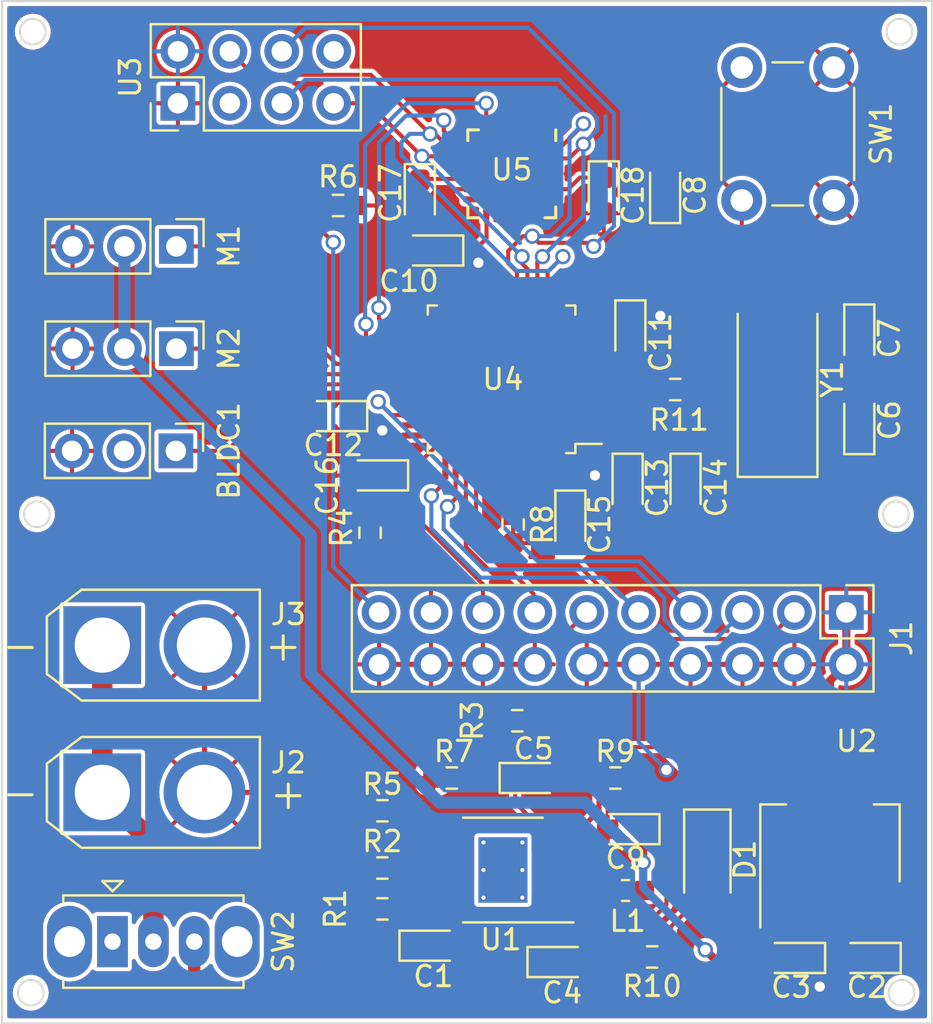
<source format=kicad_pcb>
(kicad_pcb (version 20211014) (generator pcbnew)
  (title_block (title "RC Boat") (date "2023-01-22") (company "ZN WD JG"))
  (layers (0 "F.Cu" signal) (31 "B.Cu" signal) (34 "B.Paste" user) (35 "F.Paste" user) (36 "B.SilkS" user "B.Silkscreen") (37 "F.SilkS" user "F.Silkscreen") (38 "B.Mask" user) (39 "F.Mask" user) (44 "Edge.Cuts" user))
  (net 0 "")
  (net 1 "TIM1_CH3")
  (net 2 "5V")
  (net 3 "GND")
  (net 4 "+BATT")
  (net 5 "VDD")
  (net 6 "Net-(C4-Pad1)")
  (net 7 "Net-(C4-Pad2)")
  (net 8 "Net-(C5-Pad1)")
  (net 9 "Net-(C5-Pad2)")
  (net 10 "/OSC_IN")
  (net 11 "Net-(C7-Pad1)")
  (net 12 "Net-(C8-Pad2)")
  (net 13 "Net-(C17-Pad1)")
  (net 14 "Net-(C18-Pad1)")
  (net 15 "TIM1_CH1")
  (net 16 "TIM1_CH2")
  (net 17 "Net-(R1-Pad2)")
  (net 18 "Net-(J1-Pad11)")
  (net 19 "Net-(J1-Pad17)")
  (net 20 "Net-(R5-Pad1)")
  (net 21 "Net-(J1-Pad19)")
  (net 22 "/OSC_OUT")
  (net 24 "SPI1_CS")
  (net 25 "SPI1_SCK")
  (net 26 "SPI1_MOSI")
  (net 27 "SPI1_MISO")
  (net 42 "SPI2_SCK")
  (net 44 "SPI2_MOSI")
  (net 47 "SWDIO")
  (net 48 "SWCLK")
  (net 49 "JTDI")
  (net 50 "TDO")
  (net 51 "Net-(J1-Pad3)")
  (net 59 "Net-(D1-Pad2)")
  (net 60 "Net-(R8-Pad1)")
  (net 61 "Net-(J2-Pad1)")
  (footprint "Resistor_SMD:R_0603_1608Metric_Pad0.98x0.95mm_HandSolder" (layer "F.Cu") (at 134.6 124.4 180)
    (fp_text reference "R1")
    (fp_text value "100k")
  )
  (footprint "Button_Switch_THT:SW_PUSH_6mm" (layer "F.Cu") (at 156.685 83.25 -90)
    (fp_text reference "SW1")
    (fp_text value "SW_Push")
  )
  (footprint "Resistor_SMD:R_0603_1608Metric_Pad0.98x0.95mm_HandSolder" (layer "F.Cu") (at 147.801751 126.75 180)
    (fp_text reference "R10")
    (fp_text value "0.75k")
  )
  (footprint "Connector_AMASS:AMASS_XT30U-F_1x02_P5.0mm_Vertical" (layer "F.Cu") (at 120.9 118.7025)
    (fp_text reference "J2")
    (fp_text value "Battery")
  )
  (footprint "Diode_SMD:D_1206_3216Metric_Pad1.42x1.75mm_HandSolder" (layer "F.Cu") (at 150.5 122 -90)
    (fp_text reference "D1")
    (fp_text value "D")
  )
  (footprint "Resistor_SMD:R_0603_1608Metric_Pad0.98x0.95mm_HandSolder" (layer "F.Cu") (at 132.435 90)
    (fp_text reference "R6")
    (fp_text value "10k")
  )
  (footprint "Connector_PinHeader_2.54mm:PinHeader_1x03_P2.54mm_Vertical" (layer "F.Cu") (at 124.525 97 -90)
    (fp_text reference "M2")
    (fp_text value "Motor_Servo")
  )
  (footprint "Diode_SMD:D_0603_1608Metric_Pad1.05x0.95mm_HandSolder" (layer "F.Cu") (at 136.435 89.6375 -90)
    (fp_text reference "C17")
    (fp_text value "0.1u")
  )
  (footprint "Diode_SMD:D_0603_1608Metric_Pad1.05x0.95mm_HandSolder" (layer "F.Cu") (at 149.435 103.8 -90)
    (fp_text reference "C14")
    (fp_text value "1uF")
  )
  (footprint "Resistor_SMD:R_0603_1608Metric_Pad0.98x0.95mm_HandSolder" (layer "F.Cu") (at 134.6 119.6 180)
    (fp_text reference "R5")
    (fp_text value "47k")
  )
  (footprint "Diode_SMD:D_0603_1608Metric_Pad1.05x0.95mm_HandSolder" (layer "F.Cu") (at 145.435 89.5 -90)
    (fp_text reference "C18")
    (fp_text value "2.2u")
  )
  (footprint "Diode_SMD:D_0603_1608Metric_Pad1.05x0.95mm_HandSolder" (layer "F.Cu") (at 134.2 103.2 180)
    (fp_text reference "C16")
    (fp_text value "100n")
  )
  (footprint "Inductor_SMD:L_0603_1608Metric_Pad1.05x0.95mm_HandSolder" (layer "F.Cu") (at 146.5 123.5)
    (fp_text reference "L1")
    (fp_text value "33u")
  )
  (footprint "Resistor_SMD:R_0603_1608Metric_Pad0.98x0.95mm_HandSolder" (layer "F.Cu") (at 146 118 180)
    (fp_text reference "R9")
    (fp_text value "3k")
  )
  (footprint "Crystal:Crystal_SMD_0603-2Pin_6.0x3.5mm_HandSoldering" (layer "F.Cu") (at 153.935 98.5 90)
    (fp_text reference "Y1")
    (fp_text value "8.000MHZ")
  )
  (footprint "Package_SO:HTSOP-8-1EP_3.9x4.9mm_P1.27mm_EP2.4x3.2mm_ThermalVias" (layer "F.Cu") (at 140.5 122.5 180)
    (fp_text reference "U1")
    (fp_text value "BD9G341EFJ")
  )
  (footprint "Diode_SMD:D_0603_1608Metric_Pad1.05x0.95mm_HandSolder" (layer "F.Cu") (at 132.2 100.3 180)
    (fp_text reference "C12")
    (fp_text value "100n")
  )
  (footprint "Diode_SMD:D_0603_1608Metric_Pad1.05x0.95mm_HandSolder" (layer "F.Cu") (at 148.435 89.2 90)
    (fp_text reference "C8")
    (fp_text value "20p")
  )
  (footprint "Diode_SMD:D_0603_1608Metric_Pad1.05x0.95mm_HandSolder" (layer "F.Cu") (at 154.6 126.8 180)
    (fp_text reference "C3")
    (fp_text value "10u")
  )
  (footprint "Diode_SMD:D_0603_1608Metric_Pad1.05x0.95mm_HandSolder" (layer "F.Cu") (at 137.1 126.2)
    (fp_text reference "C1")
    (fp_text value "10u")
  )
  (footprint "Resistor_SMD:R_0603_1608Metric_Pad0.98x0.95mm_HandSolder" (layer "F.Cu") (at 134.6 122.4 180)
    (fp_text reference "R2")
    (fp_text value "20k")
  )
  (footprint "Diode_SMD:D_0603_1608Metric_Pad1.05x0.95mm_HandSolder" (layer "F.Cu") (at 146.735 96.3 -90)
    (fp_text reference "C11")
    (fp_text value "100n")
  )
  (footprint "Connector_PinHeader_2.54mm:PinHeader_2x10_P2.54mm_Vertical" (layer "F.Cu") (at 157.3 109.9 -90)
    (fp_text reference "J1")
    (fp_text value "Conn_02x10_Odd_Even")
  )
  (footprint "Diode_SMD:D_0603_1608Metric_Pad1.05x0.95mm_HandSolder" (layer "F.Cu") (at 142 118)
    (fp_text reference "C5")
    (fp_text value "6800p")
  )
  (footprint "Package_QFP:LQFP-48_7x7mm_P0.5mm" (layer "F.Cu") (at 140.435 98.5 180)
    (fp_text reference "U4")
    (fp_text value "STM32F100C4Tx")
  )
  (footprint "Diode_SMD:D_0603_1608Metric_Pad1.05x0.95mm_HandSolder" (layer "F.Cu") (at 158.3 126.8 180)
    (fp_text reference "C2")
    (fp_text value "10u")
  )
  (footprint "Diode_SMD:D_0603_1608Metric_Pad1.05x0.95mm_HandSolder" (layer "F.Cu") (at 143.8 105.6 -90)
    (fp_text reference "C15")
    (fp_text value "100n")
  )
  (footprint "Resistor_SMD:R_0603_1608Metric_Pad0.98x0.95mm_HandSolder" (layer "F.Cu") (at 138 118 180)
    (fp_text reference "R7")
    (fp_text value "10k")
  )
  (footprint "Resistor_SMD:R_0603_1608Metric_Pad0.98x0.95mm_HandSolder" (layer "F.Cu") (at 134 106 90)
    (fp_text reference "R4")
    (fp_text value "10k")
  )
  (footprint "Connector_AMASS:AMASS_XT30U-F_1x02_P5.0mm_Vertical" (layer "F.Cu") (at 120.9 111.5)
    (fp_text reference "J3")
    (fp_text value "Battery")
  )
  (footprint "Diode_SMD:D_0603_1608Metric_Pad1.05x0.95mm_HandSolder" (layer "F.Cu") (at 136.9 92.2 180)
    (fp_text reference "C10")
    (fp_text value "10u")
  )
  (footprint "Connector_PinHeader_2.54mm:PinHeader_2x04_P2.54mm_Vertical" (layer "F.Cu") (at 124.6 85 90)
    (fp_text reference "U3")
    (fp_text value "NRF24L01_Breakout")
  )
  (footprint "Resistor_SMD:R_0603_1608Metric_Pad0.98x0.95mm_HandSolder" (layer "F.Cu") (at 148.935 99)
    (fp_text reference "R11")
    (fp_text value "390")
  )
  (footprint "Diode_SMD:D_0603_1608Metric_Pad1.05x0.95mm_HandSolder" (layer "F.Cu") (at 157.935 100.5 90)
    (fp_text reference "C6")
    (fp_text value "20p")
  )
  (footprint "Diode_SMD:D_0603_1608Metric_Pad1.05x0.95mm_HandSolder" (layer "F.Cu") (at 146.5 120.5 180)
    (fp_text reference "C9")
    (fp_text value "100u")
  )
  (footprint "Diode_SMD:D_0603_1608Metric_Pad1.05x0.95mm_HandSolder" (layer "F.Cu") (at 143.3625 127)
    (fp_text reference "C4")
    (fp_text value "0.1u")
  )
  (footprint "Connector_PinHeader_2.54mm:PinHeader_1x03_P2.54mm_Vertical" (layer "F.Cu") (at 124.525 92 -90)
    (fp_text reference "M1")
    (fp_text value "Motor_Servo")
  )
  (footprint "Sensor_Motion:InvenSense_QFN-24_4x4mm_P0.5mm" (layer "F.Cu") (at 140.935 88.45 -90)
    (fp_text reference "U5")
    (fp_text value "MPU-6000")
  )
  (footprint "Resistor_SMD:R_0603_1608Metric_Pad0.98x0.95mm_HandSolder" (layer "F.Cu") (at 141.2 115.2 180)
    (fp_text reference "R3")
    (fp_text value "10k")
  )
  (footprint "Package_TO_SOT_SMD:SOT-223-3_TabPin2" (layer "F.Cu") (at 156.5 121.2 90)
    (fp_text reference "U2")
    (fp_text value "AMS1117-3.3")
  )
  (footprint "Diode_SMD:D_0603_1608Metric_Pad1.05x0.95mm_HandSolder" (layer "F.Cu") (at 146.6 103.8 -90)
    (fp_text reference "C13")
    (fp_text value "10uF")
  )
  (footprint "Resistor_SMD:R_0603_1608Metric_Pad0.98x0.95mm_HandSolder" (layer "F.Cu") (at 141 105.6 -90)
    (fp_text reference "R8")
    (fp_text value "10K")
  )
  (footprint "Diode_SMD:D_0603_1608Metric_Pad1.05x0.95mm_HandSolder" (layer "F.Cu") (at 157.935 96.5 -90)
    (fp_text reference "C7")
    (fp_text value "20p")
  )
  (footprint "Connector_PinHeader_2.54mm:PinHeader_1x03_P2.54mm_Vertical" (layer "F.Cu") (at 124.5 102 -90)
    (fp_text reference "BLDC1")
    (fp_text value "Conn_01x03")
  )
  (footprint "Button_Switch_THT:SW_Slide_1P2T_CK_OS102011MS2Q" (layer "F.Cu") (at 121.4 126)
    (fp_text reference "SW2")
    (fp_text value "SW_SPDT")
  )
  (gr_circle (center 159.727333 105.1) (end 160.260733 105.4302) (layer "Edge.Cuts") (width 0.1) (fill none))
  (gr_line (start 161.5 80) (end 161.5 130) (layer "Edge.Cuts") (width 0.1))
  (gr_circle (center 160 128.5) (end 160.5334 128.8302) (layer "Edge.Cuts") (width 0.1) (fill none))
  (gr_circle (center 117.4 128.5) (end 117.9334 128.8302) (layer "Edge.Cuts") (width 0.1) (fill none))
  (gr_circle (center 117.5 81.5) (end 118.0334 81.8302) (layer "Edge.Cuts") (width 0.1) (fill none))
  (gr_line (start 161.5 130) (end 116 130) (layer "Edge.Cuts") (width 0.1))
  (gr_line (start 161.5 80) (end 116 80) (layer "Edge.Cuts") (width 0.1))
  (gr_line (start 116 130) (end 116 80) (layer "Edge.Cuts") (width 0.1))
  (gr_circle (center 117.7036 105.1) (end 118.237 105.4302) (layer "Edge.Cuts") (width 0.1) (fill none))
  (gr_circle (center 159.9 81.5) (end 160.4334 81.8302) (layer "Edge.Cuts") (width 0.1) (fill none))
  (segment (start 124.5 102) (end 127 102) (width 0.2) (layer "F.Cu") (net 1))
  (segment (start 127 102) (end 130.25 98.75) (width 0.2) (layer "F.Cu") (net 1))
  (segment (start 130.25 98.75) (end 136.2725 98.75) (width 0.2) (layer "F.Cu") (net 1))
  (segment (start 147.3625 120.5) (end 147.3625 122.1375) (width 0.4) (layer "F.Cu") (net 2))
  (segment (start 147.3625 123.4875) (end 147.375 123.5) (width 0.6) (layer "F.Cu") (net 2))
  (segment (start 147.3625 122.1375) (end 147.3625 123.4875) (width 0.4) (layer "F.Cu") (net 2))
  (segment (start 152.975 128.975) (end 156.9875 128.975) (width 0.4) (layer "F.Cu") (net 2))
  (segment (start 156.9875 128.975) (end 159.1625 126.8) (width 0.4) (layer "F.Cu") (net 2))
  (segment (start 159.1625 126.8) (end 158.8 126.4375) (width 0.2) (layer "F.Cu") (net 2))
  (segment (start 146.9 120.0375) (end 146.9 118.0125) (width 0.4) (layer "F.Cu") (net 2))
  (segment (start 150.4 126.4) (end 152.975 128.975) (width 0.4) (layer "F.Cu") (net 2))
  (segment (start 158.8 126.4375) (end 158.8 124.35) (width 0.2) (layer "F.Cu") (net 2))
  (segment (start 146.9 118.0125) (end 146.9125 118) (width 0.4) (layer "F.Cu") (net 2))
  (segment (start 147.3625 120.5) (end 146.9 120.0375) (width 0.4) (layer "F.Cu") (net 2))
  (via (at 150.4 126.4) (size 0.75) (drill 0.5) (layers "F.Cu" "B.Cu") (net 2))
  (via (at 147.3625 122.1375) (size 0.75) (drill 0.5) (layers "F.Cu" "B.Cu") (net 2))
  (segment (start 147.3625 122.0625) (end 147.3625 122.1375) (width 0.6) (layer "B.Cu") (net 2))
  (segment (start 121.985 92) (end 121.985 97) (width 0.6) (layer "B.Cu") (net 2))
  (segment (start 144.5 119.2) (end 147.3625 122.0625) (width 0.6) (layer "B.Cu") (net 2))
  (segment (start 147.3625 122.1375) (end 147.3625 123.3625) (width 0.4) (layer "B.Cu") (net 2))
  (segment (start 121.985 97) (end 131.1 106.115) (width 0.6) (layer "B.Cu") (net 2))
  (segment (start 147.3625 123.3625) (end 150.4 126.4) (width 0.4) (layer "B.Cu") (net 2))
  (segment (start 137.4 119.2) (end 144.5 119.2) (width 0.6) (layer "B.Cu") (net 2))
  (segment (start 131.1 106.115) (end 131.1 112.9) (width 0.6) (layer "B.Cu") (net 2))
  (segment (start 131.1 112.9) (end 137.4 119.2) (width 0.6) (layer "B.Cu") (net 2))
  (segment (start 146.1 120.0375) (end 145.6375 120.5) (width 0.2) (layer "F.Cu") (net 3))
  (segment (start 157.935 97.375) (end 157.935 99.625) (width 0.25) (layer "F.Cu") (net 3))
  (segment (start 147.14 112.44) (end 149.68 112.44) (width 0.25) (layer "F.Cu") (net 3))
  (segment (start 153.725 126.8) (end 154.2 126.325) (width 0.25) (layer "F.Cu") (net 3))
  (segment (start 139.52 112.44) (end 142.06 112.44) (width 0.25) (layer "F.Cu") (net 3))
  (segment (start 146.75 116.9) (end 146.1 117.55) (width 0.2) (layer "F.Cu") (net 3))
  (segment (start 146.1475 97.75) (end 146.735 97.1625) (width 0.2) (layer "F.Cu") (net 3))
  (segment (start 136.98 112.44) (end 139.52 112.44) (width 0.25) (layer "F.Cu") (net 3))
  (segment (start 148.499464 117.600536) (end 147.798928 116.9) (width 0.2) (layer "F.Cu") (net 3))
  (segment (start 134.44 112.44) (end 136.98 112.44) (width 0.25) (layer "F.Cu") (net 3))
  (segment (start 149.68 112.44) (end 154.76 112.44) (width 0.25) (layer "F.Cu") (net 3))
  (segment (start 125.9 118.7025) (end 129.99 118.7025) (width 0.25) (layer "F.Cu") (net 3))
  (segment (start 147.798928 116.9) (end 146.75 116.9) (width 0.2) (layer "F.Cu") (net 3))
  (segment (start 154.2 126.325) (end 154.2 124.35) (width 0.25) (layer "F.Cu") (net 3))
  (segment (start 144.6 112.44) (end 147.14 112.44) (width 0.25) (layer "F.Cu") (net 3))
  (segment (start 125.9 111.5) (end 125.9 118.7025) (width 0.25) (layer "F.Cu") (net 3))
  (segment (start 149.435 104.675) (end 146.6 104.675) (width 0.2) (layer "F.Cu") (net 3))
  (segment (start 146.1 117.55) (end 146.1 120.0375) (width 0.2) (layer "F.Cu") (net 3))
  (segment (start 129.99 118.7025) (end 133.6875 122.4) (width 0.25) (layer "F.Cu") (net 3))
  (segment (start 144.5975 97.75) (end 146.1475 97.75) (width 0.2) (layer "F.Cu") (net 3))
  (via (at 148.499464 117.600536) (size 0.75) (drill 0.5) (layers "F.Cu" "B.Cu") (net 3))
  (segment (start 147.14 116.241072) (end 147.14 112.44) (width 0.2) (layer "B.Cu") (net 3))
  (segment (start 148.499464 117.600536) (end 147.14 116.241072) (width 0.2) (layer "B.Cu") (net 3))
  (segment (start 125.4 126) (end 125.4 127.6) (width 0.6) (layer "F.Cu") (net 4))
  (segment (start 125.4 127.6) (end 126.5 128.7) (width 0.6) (layer "F.Cu") (net 4))
  (segment (start 133.7375 128.7) (end 136.2375 126.2) (width 0.6) (layer "F.Cu") (net 4))
  (segment (start 137.85 124.405) (end 136.795 124.405) (width 0.4) (layer "F.Cu") (net 4))
  (segment (start 137.845 124.4) (end 137.85 124.405) (width 0.4) (layer "F.Cu") (net 4))
  (segment (start 136.2375 126.2) (end 136.2375 124.9625) (width 0.4) (layer "F.Cu") (net 4))
  (segment (start 135.5125 124.4) (end 137.845 124.4) (width 0.4) (layer "F.Cu") (net 4))
  (segment (start 136.795 124.405) (end 136.2375 124.9625) (width 0.4) (layer "F.Cu") (net 4))
  (segment (start 126.5 128.7) (end 133.7375 128.7) (width 0.6) (layer "F.Cu") (net 4))
  (segment (start 143.185 102.6625) (end 143.185 104.1225) (width 0.2) (layer "F.Cu") (net 5))
  (segment (start 139.7 90.415) (end 139.7 91.6) (width 0.2) (layer "F.Cu") (net 5))
  (segment (start 139.7 91.6) (end 139.1 92.2) (width 0.2) (layer "F.Cu") (net 5))
  (segment (start 146.735 95.4375) (end 148.1625 95.4375) (width 0.2) (layer "F.Cu") (net 5))
  (segment (start 139.1 92.2) (end 137.7625 92.2) (width 0.2) (layer "F.Cu") (net 5))
  (segment (start 156.5 118.05) (end 156.5 113.24) (width 0.4) (layer "F.Cu") (net 5))
  (segment (start 133.0625 100.3) (end 133.9 100.3) (width 0.2) (layer "F.Cu") (net 5))
  (segment (start 148.1625 95.4375) (end 148.2 95.4) (width 0.2) (layer "F.Cu") (net 5))
  (segment (start 144.5975 101.25) (end 145.85 101.25) (width 0.2) (layer "F.Cu") (net 5))
  (segment (start 137.7625 93.0375) (end 137.685 93.115) (width 0.2) (layer "F.Cu") (net 5))
  (segment (start 146.6 102.9375) (end 145.2625 102.9375) (width 0.2) (layer "F.Cu") (net 5))
  (segment (start 155.4625 127.6625) (end 156 128.2) (width 0.2) (layer "F.Cu") (net 5))
  (segment (start 145.8 96.4) (end 145.8 96.81533) (width 0.2) (layer "F.Cu") (net 5))
  (segment (start 146.735 95.4375) (end 146.735 95.465) (width 0.2) (layer "F.Cu") (net 5))
  (segment (start 155.4625 126.8) (end 155.4625 127.6625) (width 0.2) (layer "F.Cu") (net 5))
  (segment (start 134.6 101) (end 134.85 101.25) (width 0.2) (layer "F.Cu") (net 5))
  (segment (start 137.7625 92.2) (end 138.7 92.2) (width 0.2) (layer "F.Cu") (net 5))
  (segment (start 144.3625 104.7375) (end 145 104.1) (width 0.2) (layer "F.Cu") (net 5))
  (segment (start 156.5 124.35) (end 156.5 125.7625) (width 0.2) (layer "F.Cu") (net 5))
  (segment (start 156.5 125.7625) (end 155.4625 126.8) (width 0.2) (layer "F.Cu") (net 5))
  (segment (start 137.685 93.115) (end 137.685 94.3375) (width 0.2) (layer "F.Cu") (net 5))
  (segment (start 146.735 95.465) (end 145.8 96.4) (width 0.2) (layer "F.Cu") (net 5))
  (segment (start 138.7 92.2) (end 139.3 92.8) (width 0.2) (layer "F.Cu") (net 5))
  (segment (start 134.85 101.25) (end 136.2725 101.25) (width 0.2) (layer "F.Cu") (net 5))
  (segment (start 135.1 103.1625) (end 135.0625 103.2) (width 0.2) (layer "F.Cu") (net 5))
  (segment (start 137.7625 92.2) (end 137.7625 93.0375) (width 0.2) (layer "F.Cu") (net 5))
  (segment (start 145.8 96.81533) (end 145.36533 97.25) (width 0.2) (layer "F.Cu") (net 5))
  (segment (start 157.3 112.44) (end 157.3 109.9) (width 0.4) (layer "F.Cu") (net 5))
  (segment (start 143.8 104.7375) (end 144.3625 104.7375) (width 0.2) (layer "F.Cu") (net 5))
  (segment (start 135.1 101.5) (end 135.1 103.1625) (width 0.2) (layer "F.Cu") (net 5))
  (segment (start 149.435 102.9375) (end 146.6 102.9375) (width 0.2) (layer "F.Cu") (net 5))
  (segment (start 146.6 102) (end 146.6 102.9375) (width 0.2) (layer "F.Cu") (net 5))
  (segment (start 145 104.1) (end 145 103.2) (width 0.2) (layer "F.Cu") (net 5))
  (segment (start 145.36533 97.25) (end 144.5975 97.25) (width 0.2) (layer "F.Cu") (net 5))
  (segment (start 145.2625 102.9375) (end 145 103.2) (width 0.2) (layer "F.Cu") (net 5))
  (segment (start 134.6 101) (end 135.1 101.5) (width 0.2) (layer "F.Cu") (net 5))
  (segment (start 145.85 101.25) (end 146.6 102) (width 0.2) (layer "F.Cu") (net 5))
  (segment (start 133.9 100.3) (end 134.6 101) (width 0.2) (layer "F.Cu") (net 5))
  (segment (start 143.185 104.1225) (end 143.8 104.7375) (width 0.2) (layer "F.Cu") (net 5))
  (segment (start 139.685 90.4) (end 139.7 90.415) (width 0.2) (layer "F.Cu") (net 5))
  (segment (start 156.5 113.24) (end 157.3 112.44) (width 0.4) (layer "F.Cu") (net 5))
  (via (at 145 103.2) (size 0.75) (drill 0.5) (layers "F.Cu" "B.Cu") (net 5))
  (via (at 148.2 95.4) (size 0.75) (drill 0.5) (layers "F.Cu" "B.Cu") (net 5))
  (via (at 134.6 101) (size 0.75) (drill 0.5) (layers "F.Cu" "B.Cu") (net 5))
  (via (at 156 128.2) (size 0.75) (drill 0.5) (layers "F.Cu" "B.Cu") (net 5))
  (via (at 139.3 92.8) (size 0.75) (drill 0.5) (layers "F.Cu" "B.Cu") (net 5))
  (segment (start 138.95 124.65) (end 141.4 127.1) (width 0.2) (layer "F.Cu") (net 6))
  (segment (start 141.4 127.1) (end 142.4 127.1) (width 0.2) (layer "F.Cu") (net 6))
  (segment (start 138.635 123.135) (end 138.95 123.45) (width 0.2) (layer "F.Cu") (net 6))
  (segment (start 137.85 123.135) (end 138.635 123.135) (width 0.2) (layer "F.Cu") (net 6))
  (segment (start 138.95 123.45) (end 138.95 124.65) (width 0.2) (layer "F.Cu") (net 6))
  (segment (start 142.4 127.1) (end 142.5 127) (width 0.2) (layer "F.Cu") (net 6))
  (segment (start 148.5 121.4) (end 149.3875 120.5125) (width 0.2) (layer "F.Cu") (net 7))
  (segment (start 149.3875 120.5125) (end 150.5 120.5125) (width 0.2) (layer "F.Cu") (net 7))
  (segment (start 144.605 124.405) (end 143.15 124.405) (width 0.25) (layer "F.Cu") (net 7))
  (segment (start 147.9 124.8) (end 148.5 124.2) (width 0.2) (layer "F.Cu") (net 7))
  (segment (start 144.225 127) (end 145.2 126.025) (width 0.25) (layer "F.Cu") (net 7))
  (segment (start 145.625 124.225) (end 146.2 124.8) (width 0.2) (layer "F.Cu") (net 7))
  (segment (start 146.2 124.8) (end 147.9 124.8) (width 0.2) (layer "F.Cu") (net 7))
  (segment (start 145.2 126.025) (end 145.2 125) (width 0.25) (layer "F.Cu") (net 7))
  (segment (start 145.2 125) (end 144.605 124.405) (width 0.25) (layer "F.Cu") (net 7))
  (segment (start 145.625 123.5) (end 145.625 124.225) (width 0.2) (layer "F.Cu") (net 7))
  (segment (start 143.15 124.405) (end 144.72 124.405) (width 0.4) (layer "F.Cu") (net 7))
  (segment (start 148.5 124.2) (end 148.5 121.4) (width 0.2) (layer "F.Cu") (net 7))
  (segment (start 144.72 124.405) (end 145.625 123.5) (width 0.4) (layer "F.Cu") (net 7))
  (segment (start 143.15 121.865) (end 142.265 121.865) (width 0.2) (layer "F.Cu") (net 8))
  (segment (start 142 120.1) (end 141.1 119.2) (width 0.2) (layer "F.Cu") (net 8))
  (segment (start 142 121.6) (end 142 120.1) (width 0.2) (layer "F.Cu") (net 8))
  (segment (start 142.265 121.865) (end 142 121.6) (width 0.2) (layer "F.Cu") (net 8))
  (segment (start 141.1 119.2) (end 141.1 118.0375) (width 0.2) (layer "F.Cu") (net 8))
  (segment (start 141.1 118.0375) (end 141.1375 118) (width 0.2) (layer "F.Cu") (net 8))
  (segment (start 142.6 116.6) (end 139.4 116.6) (width 0.2) (layer "F.Cu") (net 9))
  (segment (start 138.9125 117.0875) (end 138.9125 118) (width 0.2) (layer "F.Cu") (net 9))
  (segment (start 142.8625 118) (end 143 117.8625) (width 0.2) (layer "F.Cu") (net 9))
  (segment (start 143 117) (end 142.6 116.6) (width 0.2) (layer "F.Cu") (net 9))
  (segment (start 143 117.8625) (end 143 117) (width 0.2) (layer "F.Cu") (net 9))
  (segment (start 139.4 116.6) (end 138.9125 117.0875) (width 0.2) (layer "F.Cu") (net 9))
  (segment (start 147.9125 101.4125) (end 145.75 99.25) (width 0.2) (layer "F.Cu") (net 10))
  (segment (start 157.885 101.4125) (end 153.935 101.4125) (width 0.2) (layer "F.Cu") (net 10))
  (segment (start 157.935 101.3625) (end 157.885 101.4125) (width 0.2) (layer "F.Cu") (net 10))
  (segment (start 153.935 101.4125) (end 147.9125 101.4125) (width 0.2) (layer "F.Cu") (net 10))
  (segment (start 145.75 99.25) (end 144.5975 99.25) (width 0.2) (layer "F.Cu") (net 10))
  (segment (start 149.8475 99) (end 152.6 99) (width 0.2) (layer "F.Cu") (net 11))
  (segment (start 157.885 95.5875) (end 153.935 95.5875) (width 0.2) (layer "F.Cu") (net 11))
  (segment (start 153.935 97.665) (end 153.935 95.5875) (width 0.2) (layer "F.Cu") (net 11))
  (segment (start 157.935 95.6375) (end 157.885 95.5875) (width 0.2) (layer "F.Cu") (net 11))
  (segment (start 152.6 99) (end 153.935 97.665) (width 0.2) (layer "F.Cu") (net 11))
  (segment (start 150.7725 88.3375) (end 152.185 89.75) (width 0.2) (layer "F.Cu") (net 12))
  (segment (start 147.15 98.25) (end 152.185 93.215) (width 0.2) (layer "F.Cu") (net 12))
  (segment (start 144.5975 98.25) (end 147.15 98.25) (width 0.2) (layer "F.Cu") (net 12))
  (segment (start 139.52 108.52) (end 136.3 105.3) (width 0.2) (layer "F.Cu") (net 12))
  (segment (start 148.435 87) (end 152.185 83.25) (width 0.2) (layer "F.Cu") (net 12))
  (segment (start 140.75 98.25) (end 144.5975 98.25) (width 0.2) (layer "F.Cu") (net 12))
  (segment (start 152.185 93.215) (end 152.185 89.75) (width 0.2) (layer "F.Cu") (net 12))
  (segment (start 148.435 88.3375) (end 148.435 87) (width 0.2) (layer "F.Cu") (net 12))
  (segment (start 148.435 88.3375) (end 150.7725 88.3375) (width 0.2) (layer "F.Cu") (net 12))
  (segment (start 136.3 105.3) (end 136.3 102.7) (width 0.2) (layer "F.Cu") (net 12))
  (segment (start 139.52 109.9) (end 139.52 108.52) (width 0.2) (layer "F.Cu") (net 12))
  (segment (start 136.3 102.7) (end 140.75 98.25) (width 0.2) (layer "F.Cu") (net 12))
  (segment (start 138.985 88.7) (end 136.51 88.7) (width 0.2) (layer "F.Cu") (net 13))
  (segment (start 136.51 88.7) (end 136.435 88.775) (width 0.2) (layer "F.Cu") (net 13))
  (segment (start 144.2625 88.6375) (end 145.435 88.6375) (width 0.2) (layer "F.Cu") (net 14))
  (segment (start 143.7 89.2) (end 144.2625 88.6375) (width 0.2) (layer "F.Cu") (net 14))
  (segment (start 142.885 89.2) (end 143.7 89.2) (width 0.2) (layer "F.Cu") (net 14))
  (segment (start 132.35 97.75) (end 126.6 92) (width 0.2) (layer "F.Cu") (net 15))
  (segment (start 126.6 92) (end 124.525 92) (width 0.2) (layer "F.Cu") (net 15))
  (segment (start 136.2725 97.75) (end 132.35 97.75) (width 0.2) (layer "F.Cu") (net 15))
  (segment (start 136.2725 98.25) (end 130.25 98.25) (width 0.2) (layer "F.Cu") (net 16))
  (segment (start 129 97) (end 124.525 97) (width 0.2) (layer "F.Cu") (net 16))
  (segment (start 130.25 98.25) (end 129 97) (width 0.2) (layer "F.Cu") (net 16))
  (segment (start 136.735 121.865) (end 137.85 121.865) (width 0.25) (layer "F.Cu") (net 17))
  (segment (start 135.5125 122.4) (end 136.2 122.4) (width 0.25) (layer "F.Cu") (net 17))
  (segment (start 134.1 124.4) (end 133.6875 124.4) (width 0.2) (layer "F.Cu") (net 17))
  (segment (start 136.2 122.4) (end 136.735 121.865) (width 0.25) (layer "F.Cu") (net 17))
  (segment (start 135.5125 122.4) (end 135.5125 122.9875) (width 0.2) (layer "F.Cu") (net 17))
  (segment (start 135.5125 122.9875) (end 134.1 124.4) (width 0.2) (layer "F.Cu") (net 17))
  (segment (start 142.1125 114.1875) (end 143.4 112.9) (width 0.2) (layer "F.Cu") (net 18))
  (segment (start 142.1125 115.2) (end 142.1125 114.1875) (width 0.2) (layer "F.Cu") (net 18))
  (segment (start 143.4 112.9) (end 143.4 111.1) (width 0.2) (layer "F.Cu") (net 18))
  (segment (start 143.4 111.1) (end 144.6 109.9) (width 0.2) (layer "F.Cu") (net 18))
  (segment (start 136.98 108.02) (end 135.8725 106.9125) (width 0.2) (layer "F.Cu") (net 19))
  (segment (start 135.8725 106.9125) (end 134 106.9125) (width 0.2) (layer "F.Cu") (net 19))
  (segment (start 136.98 109.9) (end 136.98 108.02) (width 0.2) (layer "F.Cu") (net 19))
  (segment (start 137.85 120.595) (end 136.5075 120.595) (width 0.2) (layer "F.Cu") (net 20))
  (segment (start 136.5075 120.595) (end 135.5125 119.6) (width 0.2) (layer "F.Cu") (net 20))
  (segment (start 131.5225 90) (end 131.5225 91.1225) (width 0.2) (layer "F.Cu") (net 21))
  (segment (start 131.5225 91.1225) (end 132.2 91.8) (width 0.2) (layer "F.Cu") (net 21))
  (via (at 132.2 91.8) (size 0.75) (drill 0.5) (layers "F.Cu" "B.Cu") (net 21))
  (segment (start 132.2 107.66) (end 134.44 109.9) (width 0.2) (layer "B.Cu") (net 21))
  (segment (start 132.2 91.8) (end 132.2 107.66) (width 0.2) (layer "B.Cu") (net 21))
  (segment (start 144.5975 98.75) (end 147.7725 98.75) (width 0.2) (layer "F.Cu") (net 22))
  (segment (start 147.7725 98.75) (end 148.0225 99) (width 0.2) (layer "F.Cu") (net 22))
  (segment (start 136.935 86.5) (end 134.045 83.61) (width 0.2) (layer "F.Cu") (net 24))
  (segment (start 142.685 93.25) (end 143.435 92.5) (width 0.2) (layer "F.Cu") (net 24))
  (segment (start 138.385 87.7) (end 137.185 86.5) (width 0.2) (layer "F.Cu") (net 24))
  (segment (start 128.29 83.61) (end 127.14 82.46) (width 0.2) (layer "F.Cu") (net 24))
  (segment (start 142.685 94.3375) (end 142.685 93.25) (width 0.2) (layer "F.Cu") (net 24))
  (segment (start 134.045 83.61) (end 128.29 83.61) (width 0.2) (layer "F.Cu") (net 24))
  (segment (start 137.185 86.5) (end 136.935 86.5) (width 0.2) (layer "F.Cu") (net 24))
  (segment (start 138.985 87.7) (end 138.385 87.7) (width 0.2) (layer "F.Cu") (net 24))
  (via (at 136.935 86.5) (size 0.75) (drill 0.5) (layers "F.Cu" "B.Cu") (net 24))
  (via (at 143.435 92.5) (size 0.75) (drill 0.5) (layers "F.Cu" "B.Cu") (net 24))
  (segment (start 136.9314 86.4964) (end 136.935 86.5) (width 0.2) (layer "B.Cu") (net 24))
  (segment (start 142.735 93.2) (end 141.180405 93.2) (width 0.2) (layer "B.Cu") (net 24))
  (segment (start 135.535 86.9) (end 135.9386 86.4964) (width 0.2) (layer "B.Cu") (net 24))
  (segment (start 135.535 87.554595) (end 135.535 86.9) (width 0.2) (layer "B.Cu") (net 24))
  (segment (start 141.180405 93.2) (end 135.535 87.554595) (width 0.2) (layer "B.Cu") (net 24))
  (segment (start 135.9386 86.4964) (end 136.9314 86.4964) (width 0.2) (layer "B.Cu") (net 24))
  (segment (start 143.435 92.5) (end 142.735 93.2) (width 0.2) (layer "B.Cu") (net 24))
  (segment (start 142.885 87.7) (end 143.735 87.7) (width 0.2) (layer "F.Cu") (net 25))
  (segment (start 143.735 87.7) (end 144.435 87) (width 0.2) (layer "F.Cu") (net 25))
  (segment (start 142.185 92.75) (end 142.435 92.5) (width 0.2) (layer "F.Cu") (net 25))
  (segment (start 142.185 94.3375) (end 142.185 92.75) (width 0.2) (layer "F.Cu") (net 25))
  (via (at 142.435 92.5) (size 0.75) (drill 0.5) (layers "F.Cu" "B.Cu") (net 25))
  (via (at 144.435 87) (size 0.75) (drill 0.5) (layers "F.Cu" "B.Cu") (net 25))
  (segment (start 130.83 83.85) (end 129.68 85) (width 0.2) (layer "B.Cu") (net 25))
  (segment (start 145.11 86.325) (end 145.11 85.720405) (width 0.2) (layer "B.Cu") (net 25))
  (segment (start 144.435 87) (end 144.435 90.5) (width 0.2) (layer "B.Cu") (net 25))
  (segment (start 144.435 90.5) (end 142.435 92.5) (width 0.2) (layer "B.Cu") (net 25))
  (segment (start 145.11 85.720405) (end 143.239595 83.85) (width 0.2) (layer "B.Cu") (net 25))
  (segment (start 143.239595 83.85) (end 130.83 83.85) (width 0.2) (layer "B.Cu") (net 25))
  (segment (start 144.435 87) (end 145.11 86.325) (width 0.2) (layer "B.Cu") (net 25))
  (segment (start 142.885 87.2) (end 143.280405 87.2) (width 0.2) (layer "F.Cu") (net 26))
  (segment (start 140.76 92.825) (end 140.76 92.220405) (width 0.2) (layer "F.Cu") (net 26))
  (segment (start 144.76 91.825) (end 142.26 91.825) (width 0.2) (layer "F.Cu") (net 26))
  (segment (start 141.480405 91.5) (end 141.935 91.5) (width 0.2) (layer "F.Cu") (net 26))
  (segment (start 144.435 86.045405) (end 144.435 86) (width 0.2) (layer "F.Cu") (net 26))
  (segment (start 144.935 92) (end 144.76 91.825) (width 0.2) (layer "F.Cu") (net 26))
  (segment (start 143.280405 87.2) (end 144.435 86.045405) (width 0.2) (layer "F.Cu") (net 26))
  (segment (start 141.185 93.25) (end 140.76 92.825) (width 0.2) (layer "F.Cu") (net 26))
  (segment (start 140.76 92.220405) (end 141.480405 91.5) (width 0.2) (layer "F.Cu") (net 26))
  (segment (start 142.26 91.825) (end 141.935 91.5) (width 0.2) (layer "F.Cu") (net 26))
  (segment (start 141.185 94.3375) (end 141.185 93.25) (width 0.2) (layer "F.Cu") (net 26))
  (via (at 144.935 92) (size 0.75) (drill 0.5) (layers "F.Cu" "B.Cu") (net 26))
  (via (at 144.435 86) (size 0.75) (drill 0.5) (layers "F.Cu" "B.Cu") (net 26))
  (via (at 141.935 91.5) (size 0.75) (drill 0.5) (layers "F.Cu" "B.Cu") (net 26))
  (segment (start 145.935 91) (end 145.935 85.5) (width 0.2) (layer "B.Cu") (net 26))
  (segment (start 143.76 90.609314) (end 143.76 86.675) (width 0.2) (layer "B.Cu") (net 26))
  (segment (start 145.935 85.5) (end 141.745 81.31) (width 0.2) (layer "B.Cu") (net 26))
  (segment (start 143.76 86.675) (end 144.435 86) (width 0.2) (layer "B.Cu") (net 26))
  (segment (start 142.869314 91.5) (end 143.76 90.609314) (width 0.2) (layer "B.Cu") (net 26))
  (segment (start 130.83 81.31) (end 129.68 82.46) (width 0.2) (layer "B.Cu") (net 26))
  (segment (start 144.935 92) (end 145.935 91) (width 0.2) (layer "B.Cu") (net 26))
  (segment (start 141.935 91.5) (end 142.869314 91.5) (width 0.2) (layer "B.Cu") (net 26))
  (segment (start 141.745 81.31) (end 130.83 81.31) (width 0.2) (layer "B.Cu") (net 26))
  (segment (start 138.985 88.2) (end 138.3 88.2) (width 0.2) (layer "F.Cu") (net 27))
  (segment (start 141.7 94.3225) (end 141.685 94.3375) (width 0.2) (layer "F.Cu") (net 27))
  (segment (start 137.7 87.6) (end 136.535 87.6) (width 0.2) (layer "F.Cu") (net 27))
  (segment (start 133.935 85) (end 132.22 85) (width 0.2) (layer "F.Cu") (net 27))
  (segment (start 136.535 87.6) (end 133.935 85) (width 0.2) (layer "F.Cu") (net 27))
  (segment (start 138.3 88.2) (end 137.7 87.6) (width 0.2) (layer "F.Cu") (net 27))
  (segment (start 141.7 93.1) (end 141.7 94.3225) (width 0.2) (layer "F.Cu") (net 27))
  (segment (start 141.435 92.835) (end 141.7 93.1) (width 0.2) (layer "F.Cu") (net 27))
  (segment (start 141.435 92.5) (end 141.435 92.835) (width 0.2) (layer "F.Cu") (net 27))
  (via (at 141.435 92.5) (size 0.75) (drill 0.5) (layers "F.Cu" "B.Cu") (net 27))
  (via (at 136.535 87.6) (size 0.75) (drill 0.5) (layers "F.Cu" "B.Cu") (net 27))
  (segment (start 136.535 87.6) (end 141.435 92.5) (width 0.2) (layer "B.Cu") (net 27))
  (segment (start 134.435 95.535) (end 134.435 95) (width 0.2) (layer "F.Cu") (net 42))
  (segment (start 137.6064 86.355714) (end 137.6064 85.8286) (width 0.2) (layer "F.Cu") (net 42))
  (segment (start 138.450686 87.2) (end 137.6064 86.355714) (width 0.2) (layer "F.Cu") (net 42))
  (segment (start 135.15 96.25) (end 134.435 95.535) (width 0.2) (layer "F.Cu") (net 42))
  (segment (start 136.2725 96.25) (end 135.15 96.25) (width 0.2) (layer "F.Cu") (net 42))
  (segment (start 138.985 87.2) (end 138.450686 87.2) (width 0.2) (layer "F.Cu") (net 42))
  (via (at 137.6064 85.8286) (size 0.75) (drill 0.5) (layers "F.Cu" "B.Cu") (net 42))
  (via (at 134.435 95) (size 0.75) (drill 0.5) (layers "F.Cu" "B.Cu") (net 42))
  (segment (start 137.3778 85.6) (end 135.769315 85.6) (width 0.2) (layer "B.Cu") (net 42))
  (segment (start 135.769315 85.6) (end 134.435 86.934315) (width 0.2) (layer "B.Cu") (net 42))
  (segment (start 134.435 94.5) (end 134.435 95) (width 0.2) (layer "B.Cu") (net 42))
  (segment (start 134.435 86.934315) (end 134.435 94.5) (width 0.2) (layer "B.Cu") (net 42))
  (segment (start 137.6064 85.8286) (end 137.3778 85.6) (width 0.2) (layer "B.Cu") (net 42))
  (segment (start 133.8 96.4) (end 133.8 95.8) (width 0.2) (layer "F.Cu") (net 44))
  (segment (start 139.685 85) (end 139.685 86.5) (width 0.2) (layer "F.Cu") (net 44))
  (segment (start 136.2725 97.25) (end 134.65 97.25) (width 0.2) (layer "F.Cu") (net 44))
  (segment (start 134.65 97.25) (end 133.8 96.4) (width 0.2) (layer "F.Cu") (net 44))
  (via (at 139.685 85) (size 0.75) (drill 0.5) (layers "F.Cu" "B.Cu") (net 44))
  (via (at 133.8 95.8) (size 0.75) (drill 0.5) (layers "F.Cu" "B.Cu") (net 44))
  (segment (start 133.76 95.76) (end 133.76 87.04363) (width 0.2) (layer "B.Cu") (net 44))
  (segment (start 135.80363 85) (end 139.685 85) (width 0.2) (layer "B.Cu") (net 44))
  (segment (start 133.8 95.8) (end 133.76 95.76) (width 0.2) (layer "B.Cu") (net 44))
  (segment (start 133.76 87.04363) (end 135.80363 85) (width 0.2) (layer "B.Cu") (net 44))
  (segment (start 135.05 100.25) (end 134.4 99.6) (width 0.2) (layer "F.Cu") (net 47))
  (segment (start 136.2725 100.25) (end 135.05 100.25) (width 0.2) (layer "F.Cu") (net 47))
  (via (at 134.4 99.6) (size 0.75) (drill 0.5) (layers "F.Cu" "B.Cu") (net 47))
  (segment (start 134.4 99.6) (end 142.2 107.4) (width 0.2) (layer "B.Cu") (net 47))
  (segment (start 147.2 107.4) (end 147.2 107.42) (width 0.2) (layer "B.Cu") (net 47))
  (segment (start 147.2 107.42) (end 149.68 109.9) (width 0.2) (layer "B.Cu") (net 47))
  (segment (start 142.2 107.4) (end 147.2 107.4) (width 0.2) (layer "B.Cu") (net 47))
  (segment (start 137.685 102.6625) (end 137.685 103.515) (width 0.2) (layer "F.Cu") (net 48))
  (segment (start 137.685 103.515) (end 137 104.2) (width 0.2) (layer "F.Cu") (net 48))
  (via (at 137 104.2) (size 0.75) (drill 0.5) (layers "F.Cu" "B.Cu") (net 48))
  (segment (start 137 105.8) (end 139.4 108.2) (width 0.2) (layer "B.Cu") (net 48))
  (segment (start 137 104.2) (end 137 105.8) (width 0.2) (layer "B.Cu") (net 48))
  (segment (start 145.44 108.2) (end 147.14 109.9) (width 0.2) (layer "B.Cu") (net 48))
  (segment (start 139.4 108.2) (end 145.44 108.2) (width 0.2) (layer "B.Cu") (net 48))
  (segment (start 138.185 104.331723) (end 137.790034 104.726689) (width 0.2) (layer "F.Cu") (net 49))
  (segment (start 138.185 102.6625) (end 138.185 104.331723) (width 0.2) (layer "F.Cu") (net 49))
  (via (at 137.790034 104.726689) (size 0.75) (drill 0.5) (layers "F.Cu" "B.Cu") (net 49))
  (segment (start 149.353654 111.2) (end 150.92 111.2) (width 0.2) (layer "B.Cu") (net 49))
  (segment (start 150.92 111.2) (end 152.22 109.9) (width 0.2) (layer "B.Cu") (net 49))
  (segment (start 147 107.8) (end 148.4 109.2) (width 0.2) (layer "B.Cu") (net 49))
  (segment (start 137.6 105.834314) (end 139.565686 107.8) (width 0.2) (layer "B.Cu") (net 49))
  (segment (start 148.4 110.246346) (end 149.353654 111.2) (width 0.2) (layer "B.Cu") (net 49))
  (segment (start 137.790034 104.726689) (end 137.6 104.916723) (width 0.2) (layer "B.Cu") (net 49))
  (segment (start 137.6 104.916723) (end 137.6 105.834314) (width 0.2) (layer "B.Cu") (net 49))
  (segment (start 148.4 109.2) (end 148.4 110.246346) (width 0.2) (layer "B.Cu") (net 49))
  (segment (start 139.565686 107.8) (end 147 107.8) (width 0.2) (layer "B.Cu") (net 49))
  (segment (start 142.06 109.9) (end 142 109.84) (width 0.2) (layer "F.Cu") (net 50))
  (segment (start 142 109) (end 141 108) (width 0.2) (layer "F.Cu") (net 50))
  (segment (start 141 108) (end 140 108) (width 0.2) (layer "F.Cu") (net 50))
  (segment (start 140 108) (end 138.685 106.685) (width 0.2) (layer "F.Cu") (net 50))
  (segment (start 142 109.84) (end 142 109) (width 0.2) (layer "F.Cu") (net 50))
  (segment (start 138.685 106.685) (end 138.685 102.6625) (width 0.2) (layer "F.Cu") (net 50))
  (segment (start 144.2 107.6) (end 145.99 109.39) (width 0.2) (layer "F.Cu") (net 51))
  (segment (start 145.99 109.39) (end 145.99 110.39) (width 0.2) (layer "F.Cu") (net 51))
  (segment (start 145.99 110.39) (end 146.8 111.2) (width 0.2) (layer "F.Cu") (net 51))
  (segment (start 139.185 102.6625) (end 139.185 106.485) (width 0.2) (layer "F.Cu") (net 51))
  (segment (start 139.185 106.485) (end 140.3 107.6) (width 0.2) (layer "F.Cu") (net 51))
  (segment (start 146.8 111.2) (end 153.46 111.2) (width 0.2) (layer "F.Cu") (net 51))
  (segment (start 153.46 111.2) (end 154.76 109.9) (width 0.2) (layer "F.Cu") (net 51))
  (segment (start 140.3 107.6) (end 144.2 107.6) (width 0.2) (layer "F.Cu") (net 51))
  (segment (start 151.675 119.822183) (end 148.340317 116.4875) (width 0.2) (layer "F.Cu") (net 59))
  (segment (start 145.0875 117.3125) (end 145.0875 118) (width 0.2) (layer "F.Cu") (net 59))
  (segment (start 150.5 123.4875) (end 148.714251 125.273249) (width 0.2) (layer "F.Cu") (net 59))
  (segment (start 145.2 119.6) (end 145.2 118.1125) (width 0.25) (layer "F.Cu") (net 59))
  (segment (start 145.2 118.1125) (end 145.0875 118) (width 0.25) (layer "F.Cu") (net 59))
  (segment (start 144.205 120.595) (end 145.2 119.6) (width 0.25) (layer "F.Cu") (net 59))
  (segment (start 148.714251 125.273249) (end 148.714251 126.75) (width 0.2) (layer "F.Cu") (net 59))
  (segment (start 145.9125 116.4875) (end 145.0875 117.3125) (width 0.2) (layer "F.Cu") (net 59))
  (segment (start 151.675 122.3125) (end 151.675 119.822183) (width 0.2) (layer "F.Cu") (net 59))
  (segment (start 148.340317 116.4875) (end 145.9125 116.4875) (width 0.2) (layer "F.Cu") (net 59))
  (segment (start 150.5 123.4875) (end 151.675 122.3125) (width 0.2) (layer "F.Cu") (net 59))
  (segment (start 143.15 120.595) (end 144.205 120.595) (width 0.25) (layer "F.Cu") (net 59))
  (segment (start 141 104.6875) (end 141 104) (width 0.2) (layer "F.Cu") (net 60))
  (segment (start 141 104) (end 141.185 103.815) (width 0.2) (layer "F.Cu") (net 60))
  (segment (start 141.185 103.815) (end 141.185 102.6625) (width 0.2) (layer "F.Cu") (net 60))
  (segment (start 120.9 111.5) (end 120.9 118.7025) (width 1) (layer "F.Cu") (net 61))
  (segment (start 123.4 121.2025) (end 123.4 126) (width 1) (layer "F.Cu") (net 61))
  (segment (start 120.9 118.7025) (end 123.4 121.2025) (width 1) (layer "F.Cu") (net 61))
  (zone (net 3) (net_name "GND") (layer "F.Cu") (connect_pads (clearance 0.2)) (min_thickness 0.2) (fill yes (thermal_gap 0.4) (thermal_bridge_width 0.2))
    (polygon (pts (xy 161.5 130) (xy 116 130) (xy 116 80) (xy 161.5 80)))
  )
  (zone (net 5) (net_name "VDD") (layer "B.Cu") (connect_pads (clearance 0.2)) (min_thickness 0.2) (fill yes (thermal_gap 0.4) (thermal_bridge_width 0.2))
    (polygon (pts (xy 161.5 130) (xy 116 130) (xy 116 80) (xy 161.5 80)))
  )
)
</source>
